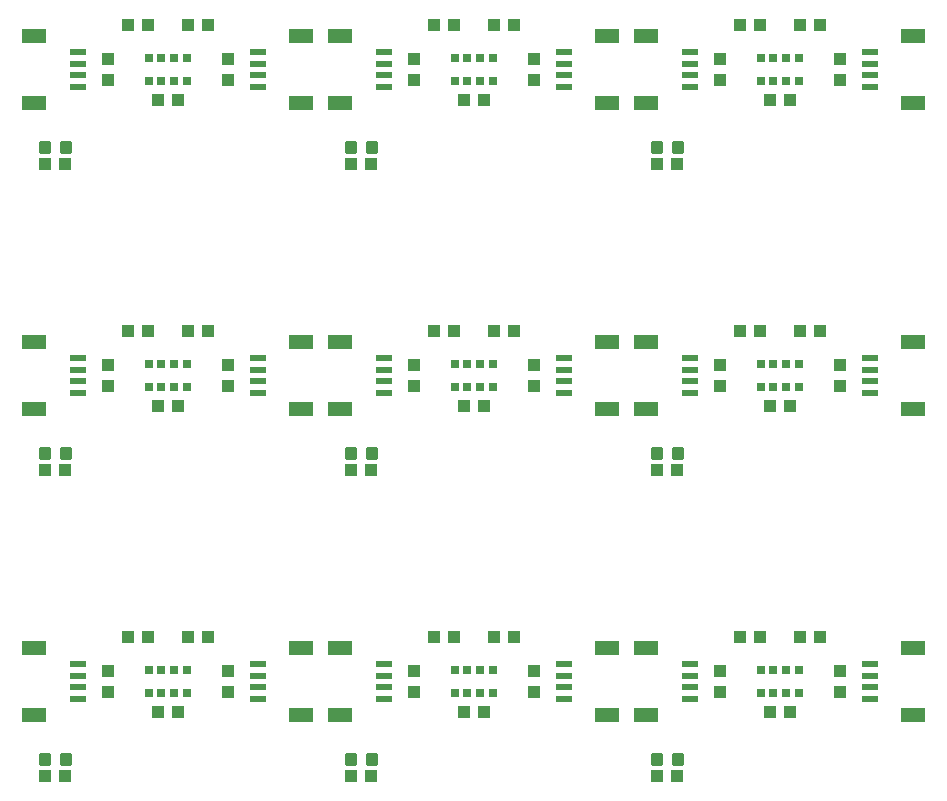
<source format=gtp>
G75*
%MOIN*%
%OFA0B0*%
%FSLAX25Y25*%
%IPPOS*%
%LPD*%
%AMOC8*
5,1,8,0,0,1.08239X$1,22.5*
%
%ADD10R,0.04331X0.03937*%
%ADD11R,0.07874X0.04724*%
%ADD12R,0.05315X0.02362*%
%ADD13R,0.03937X0.04331*%
%ADD14C,0.01181*%
%ADD15R,0.02854X0.02756*%
D10*
X0037904Y0047250D03*
X0044596Y0047250D03*
X0075404Y0068750D03*
X0082096Y0068750D03*
X0085404Y0093750D03*
X0092096Y0093750D03*
X0072096Y0093750D03*
X0065404Y0093750D03*
X0044596Y0149250D03*
X0037904Y0149250D03*
X0075404Y0170750D03*
X0082096Y0170750D03*
X0085404Y0195750D03*
X0092096Y0195750D03*
X0072096Y0195750D03*
X0065404Y0195750D03*
X0044596Y0251250D03*
X0037904Y0251250D03*
X0075404Y0272750D03*
X0082096Y0272750D03*
X0085404Y0297750D03*
X0092096Y0297750D03*
X0072096Y0297750D03*
X0065404Y0297750D03*
X0139904Y0251250D03*
X0146596Y0251250D03*
X0177404Y0272750D03*
X0184096Y0272750D03*
X0187404Y0297750D03*
X0194096Y0297750D03*
X0174096Y0297750D03*
X0167404Y0297750D03*
X0241904Y0251250D03*
X0248596Y0251250D03*
X0279404Y0272750D03*
X0286096Y0272750D03*
X0289404Y0297750D03*
X0296096Y0297750D03*
X0276096Y0297750D03*
X0269404Y0297750D03*
X0269404Y0195750D03*
X0276096Y0195750D03*
X0289404Y0195750D03*
X0296096Y0195750D03*
X0286096Y0170750D03*
X0279404Y0170750D03*
X0248596Y0149250D03*
X0241904Y0149250D03*
X0194096Y0195750D03*
X0187404Y0195750D03*
X0174096Y0195750D03*
X0167404Y0195750D03*
X0177404Y0170750D03*
X0184096Y0170750D03*
X0146596Y0149250D03*
X0139904Y0149250D03*
X0167404Y0093750D03*
X0174096Y0093750D03*
X0187404Y0093750D03*
X0194096Y0093750D03*
X0184096Y0068750D03*
X0177404Y0068750D03*
X0146596Y0047250D03*
X0139904Y0047250D03*
X0241904Y0047250D03*
X0248596Y0047250D03*
X0279404Y0068750D03*
X0286096Y0068750D03*
X0289404Y0093750D03*
X0296096Y0093750D03*
X0276096Y0093750D03*
X0269404Y0093750D03*
D11*
X0238281Y0089774D03*
X0225219Y0089774D03*
X0225219Y0067726D03*
X0238281Y0067726D03*
X0327219Y0067726D03*
X0327219Y0089774D03*
X0327219Y0169726D03*
X0327219Y0191774D03*
X0327219Y0271726D03*
X0327219Y0293774D03*
X0238281Y0293774D03*
X0225219Y0293774D03*
X0225219Y0271726D03*
X0238281Y0271726D03*
X0238281Y0191774D03*
X0225219Y0191774D03*
X0225219Y0169726D03*
X0238281Y0169726D03*
X0136281Y0169726D03*
X0123219Y0169726D03*
X0123219Y0191774D03*
X0136281Y0191774D03*
X0136281Y0271726D03*
X0123219Y0271726D03*
X0123219Y0293774D03*
X0136281Y0293774D03*
X0034281Y0293774D03*
X0034281Y0271726D03*
X0034281Y0191774D03*
X0034281Y0169726D03*
X0034281Y0089774D03*
X0034281Y0067726D03*
X0123219Y0067726D03*
X0136281Y0067726D03*
X0136281Y0089774D03*
X0123219Y0089774D03*
D12*
X0108750Y0084656D03*
X0108750Y0080719D03*
X0108750Y0076781D03*
X0108750Y0072844D03*
X0150750Y0072844D03*
X0150750Y0076781D03*
X0150750Y0080719D03*
X0150750Y0084656D03*
X0210750Y0084656D03*
X0210750Y0080719D03*
X0210750Y0076781D03*
X0210750Y0072844D03*
X0252750Y0072844D03*
X0252750Y0076781D03*
X0252750Y0080719D03*
X0252750Y0084656D03*
X0312750Y0084656D03*
X0312750Y0080719D03*
X0312750Y0076781D03*
X0312750Y0072844D03*
X0312750Y0174844D03*
X0312750Y0178781D03*
X0312750Y0182719D03*
X0312750Y0186656D03*
X0252750Y0186656D03*
X0252750Y0182719D03*
X0252750Y0178781D03*
X0252750Y0174844D03*
X0210750Y0174844D03*
X0210750Y0178781D03*
X0210750Y0182719D03*
X0210750Y0186656D03*
X0150750Y0186656D03*
X0150750Y0182719D03*
X0150750Y0178781D03*
X0150750Y0174844D03*
X0108750Y0174844D03*
X0108750Y0178781D03*
X0108750Y0182719D03*
X0108750Y0186656D03*
X0048750Y0186656D03*
X0048750Y0182719D03*
X0048750Y0178781D03*
X0048750Y0174844D03*
X0048750Y0084656D03*
X0048750Y0080719D03*
X0048750Y0076781D03*
X0048750Y0072844D03*
X0048750Y0276844D03*
X0048750Y0280781D03*
X0048750Y0284719D03*
X0048750Y0288656D03*
X0108750Y0288656D03*
X0108750Y0284719D03*
X0108750Y0280781D03*
X0108750Y0276844D03*
X0150750Y0276844D03*
X0150750Y0280781D03*
X0150750Y0284719D03*
X0150750Y0288656D03*
X0210750Y0288656D03*
X0210750Y0284719D03*
X0210750Y0280781D03*
X0210750Y0276844D03*
X0252750Y0276844D03*
X0252750Y0280781D03*
X0252750Y0284719D03*
X0252750Y0288656D03*
X0312750Y0288656D03*
X0312750Y0284719D03*
X0312750Y0280781D03*
X0312750Y0276844D03*
D13*
X0302750Y0279404D03*
X0302750Y0286096D03*
X0262750Y0286096D03*
X0262750Y0279404D03*
X0200750Y0279404D03*
X0200750Y0286096D03*
X0160750Y0286096D03*
X0160750Y0279404D03*
X0098750Y0279404D03*
X0098750Y0286096D03*
X0058750Y0286096D03*
X0058750Y0279404D03*
X0058750Y0184096D03*
X0058750Y0177404D03*
X0098750Y0177404D03*
X0098750Y0184096D03*
X0160750Y0184096D03*
X0160750Y0177404D03*
X0200750Y0177404D03*
X0200750Y0184096D03*
X0262750Y0184096D03*
X0262750Y0177404D03*
X0302750Y0177404D03*
X0302750Y0184096D03*
X0302750Y0082096D03*
X0302750Y0075404D03*
X0262750Y0075404D03*
X0262750Y0082096D03*
X0200750Y0082096D03*
X0200750Y0075404D03*
X0160750Y0075404D03*
X0160750Y0082096D03*
X0098750Y0082096D03*
X0098750Y0075404D03*
X0058750Y0075404D03*
X0058750Y0082096D03*
D14*
X0043325Y0054128D02*
X0043325Y0051372D01*
X0043325Y0054128D02*
X0046081Y0054128D01*
X0046081Y0051372D01*
X0043325Y0051372D01*
X0043325Y0052552D02*
X0046081Y0052552D01*
X0046081Y0053732D02*
X0043325Y0053732D01*
X0036419Y0054128D02*
X0036419Y0051372D01*
X0036419Y0054128D02*
X0039175Y0054128D01*
X0039175Y0051372D01*
X0036419Y0051372D01*
X0036419Y0052552D02*
X0039175Y0052552D01*
X0039175Y0053732D02*
X0036419Y0053732D01*
X0138419Y0054128D02*
X0138419Y0051372D01*
X0138419Y0054128D02*
X0141175Y0054128D01*
X0141175Y0051372D01*
X0138419Y0051372D01*
X0138419Y0052552D02*
X0141175Y0052552D01*
X0141175Y0053732D02*
X0138419Y0053732D01*
X0145325Y0054128D02*
X0145325Y0051372D01*
X0145325Y0054128D02*
X0148081Y0054128D01*
X0148081Y0051372D01*
X0145325Y0051372D01*
X0145325Y0052552D02*
X0148081Y0052552D01*
X0148081Y0053732D02*
X0145325Y0053732D01*
X0240419Y0054128D02*
X0240419Y0051372D01*
X0240419Y0054128D02*
X0243175Y0054128D01*
X0243175Y0051372D01*
X0240419Y0051372D01*
X0240419Y0052552D02*
X0243175Y0052552D01*
X0243175Y0053732D02*
X0240419Y0053732D01*
X0247325Y0054128D02*
X0247325Y0051372D01*
X0247325Y0054128D02*
X0250081Y0054128D01*
X0250081Y0051372D01*
X0247325Y0051372D01*
X0247325Y0052552D02*
X0250081Y0052552D01*
X0250081Y0053732D02*
X0247325Y0053732D01*
X0247325Y0153372D02*
X0247325Y0156128D01*
X0250081Y0156128D01*
X0250081Y0153372D01*
X0247325Y0153372D01*
X0247325Y0154552D02*
X0250081Y0154552D01*
X0250081Y0155732D02*
X0247325Y0155732D01*
X0240419Y0156128D02*
X0240419Y0153372D01*
X0240419Y0156128D02*
X0243175Y0156128D01*
X0243175Y0153372D01*
X0240419Y0153372D01*
X0240419Y0154552D02*
X0243175Y0154552D01*
X0243175Y0155732D02*
X0240419Y0155732D01*
X0145325Y0156128D02*
X0145325Y0153372D01*
X0145325Y0156128D02*
X0148081Y0156128D01*
X0148081Y0153372D01*
X0145325Y0153372D01*
X0145325Y0154552D02*
X0148081Y0154552D01*
X0148081Y0155732D02*
X0145325Y0155732D01*
X0138419Y0156128D02*
X0138419Y0153372D01*
X0138419Y0156128D02*
X0141175Y0156128D01*
X0141175Y0153372D01*
X0138419Y0153372D01*
X0138419Y0154552D02*
X0141175Y0154552D01*
X0141175Y0155732D02*
X0138419Y0155732D01*
X0043325Y0156128D02*
X0043325Y0153372D01*
X0043325Y0156128D02*
X0046081Y0156128D01*
X0046081Y0153372D01*
X0043325Y0153372D01*
X0043325Y0154552D02*
X0046081Y0154552D01*
X0046081Y0155732D02*
X0043325Y0155732D01*
X0036419Y0156128D02*
X0036419Y0153372D01*
X0036419Y0156128D02*
X0039175Y0156128D01*
X0039175Y0153372D01*
X0036419Y0153372D01*
X0036419Y0154552D02*
X0039175Y0154552D01*
X0039175Y0155732D02*
X0036419Y0155732D01*
X0036419Y0255372D02*
X0036419Y0258128D01*
X0039175Y0258128D01*
X0039175Y0255372D01*
X0036419Y0255372D01*
X0036419Y0256552D02*
X0039175Y0256552D01*
X0039175Y0257732D02*
X0036419Y0257732D01*
X0043325Y0258128D02*
X0043325Y0255372D01*
X0043325Y0258128D02*
X0046081Y0258128D01*
X0046081Y0255372D01*
X0043325Y0255372D01*
X0043325Y0256552D02*
X0046081Y0256552D01*
X0046081Y0257732D02*
X0043325Y0257732D01*
X0138419Y0258128D02*
X0138419Y0255372D01*
X0138419Y0258128D02*
X0141175Y0258128D01*
X0141175Y0255372D01*
X0138419Y0255372D01*
X0138419Y0256552D02*
X0141175Y0256552D01*
X0141175Y0257732D02*
X0138419Y0257732D01*
X0145325Y0258128D02*
X0145325Y0255372D01*
X0145325Y0258128D02*
X0148081Y0258128D01*
X0148081Y0255372D01*
X0145325Y0255372D01*
X0145325Y0256552D02*
X0148081Y0256552D01*
X0148081Y0257732D02*
X0145325Y0257732D01*
X0240419Y0258128D02*
X0240419Y0255372D01*
X0240419Y0258128D02*
X0243175Y0258128D01*
X0243175Y0255372D01*
X0240419Y0255372D01*
X0240419Y0256552D02*
X0243175Y0256552D01*
X0243175Y0257732D02*
X0240419Y0257732D01*
X0247325Y0258128D02*
X0247325Y0255372D01*
X0247325Y0258128D02*
X0250081Y0258128D01*
X0250081Y0255372D01*
X0247325Y0255372D01*
X0247325Y0256552D02*
X0250081Y0256552D01*
X0250081Y0257732D02*
X0247325Y0257732D01*
D15*
X0276402Y0278813D03*
X0280634Y0278813D03*
X0284866Y0278813D03*
X0289098Y0278813D03*
X0289098Y0286687D03*
X0284866Y0286687D03*
X0280634Y0286687D03*
X0276402Y0286687D03*
X0187098Y0286687D03*
X0182866Y0286687D03*
X0178634Y0286687D03*
X0174402Y0286687D03*
X0174402Y0278813D03*
X0178634Y0278813D03*
X0182866Y0278813D03*
X0187098Y0278813D03*
X0187098Y0184687D03*
X0182866Y0184687D03*
X0178634Y0184687D03*
X0174402Y0184687D03*
X0174402Y0176813D03*
X0178634Y0176813D03*
X0182866Y0176813D03*
X0187098Y0176813D03*
X0276402Y0176813D03*
X0280634Y0176813D03*
X0284866Y0176813D03*
X0289098Y0176813D03*
X0289098Y0184687D03*
X0284866Y0184687D03*
X0280634Y0184687D03*
X0276402Y0184687D03*
X0276402Y0082687D03*
X0280634Y0082687D03*
X0284866Y0082687D03*
X0289098Y0082687D03*
X0289098Y0074813D03*
X0284866Y0074813D03*
X0280634Y0074813D03*
X0276402Y0074813D03*
X0187098Y0074813D03*
X0182866Y0074813D03*
X0178634Y0074813D03*
X0174402Y0074813D03*
X0174402Y0082687D03*
X0178634Y0082687D03*
X0182866Y0082687D03*
X0187098Y0082687D03*
X0085098Y0082687D03*
X0080866Y0082687D03*
X0076634Y0082687D03*
X0072402Y0082687D03*
X0072402Y0074813D03*
X0076634Y0074813D03*
X0080866Y0074813D03*
X0085098Y0074813D03*
X0085098Y0176813D03*
X0080866Y0176813D03*
X0076634Y0176813D03*
X0072402Y0176813D03*
X0072402Y0184687D03*
X0076634Y0184687D03*
X0080866Y0184687D03*
X0085098Y0184687D03*
X0085098Y0278813D03*
X0080866Y0278813D03*
X0076634Y0278813D03*
X0072402Y0278813D03*
X0072402Y0286687D03*
X0076634Y0286687D03*
X0080866Y0286687D03*
X0085098Y0286687D03*
M02*

</source>
